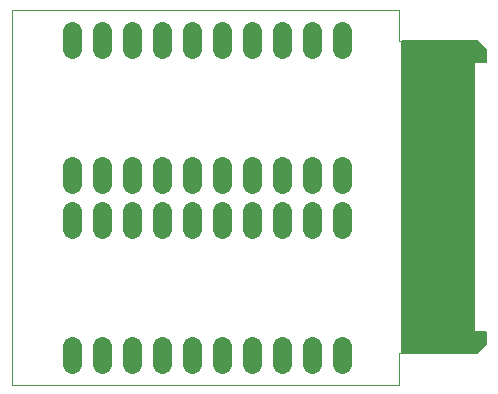
<source format=gbs>
G75*
%MOIN*%
%OFA0B0*%
%FSLAX24Y24*%
%IPPOS*%
%LPD*%
%AMOC8*
5,1,8,0,0,1.08239X$1,22.5*
%
%ADD10C,0.0000*%
%ADD11C,0.0640*%
%ADD12R,0.2640X0.0340*%
%ADD13R,0.2240X0.0340*%
%ADD14C,0.0050*%
D10*
X000150Y000487D02*
X013050Y000487D01*
X013050Y001537D01*
X015650Y001537D01*
X015950Y001837D01*
X015950Y002237D01*
X015550Y002237D01*
X015550Y011237D01*
X015950Y011237D01*
X015950Y011637D01*
X015650Y011937D01*
X013050Y011937D01*
X013050Y012987D01*
X000150Y012987D01*
X000150Y000487D01*
D11*
X002150Y001187D02*
X002150Y001787D01*
X003150Y001787D02*
X003150Y001187D01*
X004150Y001187D02*
X004150Y001787D01*
X005150Y001787D02*
X005150Y001187D01*
X006150Y001187D02*
X006150Y001787D01*
X007150Y001787D02*
X007150Y001187D01*
X008150Y001187D02*
X008150Y001787D01*
X009150Y001787D02*
X009150Y001187D01*
X010150Y001187D02*
X010150Y001787D01*
X011150Y001787D02*
X011150Y001187D01*
X011150Y005687D02*
X011150Y006287D01*
X010150Y006287D02*
X010150Y005687D01*
X009150Y005687D02*
X009150Y006287D01*
X008150Y006287D02*
X008150Y005687D01*
X007150Y005687D02*
X007150Y006287D01*
X006150Y006287D02*
X006150Y005687D01*
X005150Y005687D02*
X005150Y006287D01*
X004150Y006287D02*
X004150Y005687D01*
X003150Y005687D02*
X003150Y006287D01*
X002150Y006287D02*
X002150Y005687D01*
X002150Y007187D02*
X002150Y007787D01*
X003150Y007787D02*
X003150Y007187D01*
X004150Y007187D02*
X004150Y007787D01*
X005150Y007787D02*
X005150Y007187D01*
X006150Y007187D02*
X006150Y007787D01*
X007150Y007787D02*
X007150Y007187D01*
X008150Y007187D02*
X008150Y007787D01*
X009150Y007787D02*
X009150Y007187D01*
X010150Y007187D02*
X010150Y007787D01*
X011150Y007787D02*
X011150Y007187D01*
X011150Y011687D02*
X011150Y012287D01*
X010150Y012287D02*
X010150Y011687D01*
X009150Y011687D02*
X009150Y012287D01*
X008150Y012287D02*
X008150Y011687D01*
X007150Y011687D02*
X007150Y012287D01*
X006150Y012287D02*
X006150Y011687D01*
X005150Y011687D02*
X005150Y012287D01*
X004150Y012287D02*
X004150Y011687D01*
X003150Y011687D02*
X003150Y012287D01*
X002150Y012287D02*
X002150Y011687D01*
D12*
X014650Y011487D03*
X014650Y001987D03*
D13*
X014450Y002487D03*
X014450Y002987D03*
X014450Y003487D03*
X014450Y003987D03*
X014450Y004487D03*
X014450Y004987D03*
X014450Y005487D03*
X014450Y005987D03*
X014450Y006487D03*
X014450Y006987D03*
X014450Y007487D03*
X014450Y007987D03*
X014450Y008487D03*
X014450Y008987D03*
X014450Y009487D03*
X014450Y009987D03*
X014450Y010487D03*
X014450Y010987D03*
D14*
X015550Y011011D02*
X013150Y011011D01*
X013150Y010963D02*
X015550Y010963D01*
X015550Y010914D02*
X013150Y010914D01*
X013150Y010866D02*
X015550Y010866D01*
X015550Y010817D02*
X013150Y010817D01*
X013150Y010769D02*
X015550Y010769D01*
X015550Y010720D02*
X013150Y010720D01*
X013150Y010672D02*
X015550Y010672D01*
X015550Y010623D02*
X013150Y010623D01*
X013150Y010575D02*
X015550Y010575D01*
X015550Y010526D02*
X013150Y010526D01*
X013150Y010478D02*
X015550Y010478D01*
X015550Y010429D02*
X013150Y010429D01*
X013150Y010381D02*
X015550Y010381D01*
X015550Y010332D02*
X013150Y010332D01*
X013150Y010284D02*
X015550Y010284D01*
X015550Y010235D02*
X013150Y010235D01*
X013150Y010187D02*
X015550Y010187D01*
X015550Y010138D02*
X013150Y010138D01*
X013150Y010090D02*
X015550Y010090D01*
X015550Y010041D02*
X013150Y010041D01*
X013150Y009993D02*
X015550Y009993D01*
X015550Y009944D02*
X013150Y009944D01*
X013150Y009896D02*
X015550Y009896D01*
X015550Y009847D02*
X013150Y009847D01*
X013150Y009799D02*
X015550Y009799D01*
X015550Y009750D02*
X013150Y009750D01*
X013150Y009702D02*
X015550Y009702D01*
X015550Y009653D02*
X013150Y009653D01*
X013150Y009605D02*
X015550Y009605D01*
X015550Y009556D02*
X013150Y009556D01*
X013150Y009508D02*
X015550Y009508D01*
X015550Y009459D02*
X013150Y009459D01*
X013150Y009411D02*
X015550Y009411D01*
X015550Y009362D02*
X013150Y009362D01*
X013150Y009314D02*
X015550Y009314D01*
X015550Y009265D02*
X013150Y009265D01*
X013150Y009217D02*
X015550Y009217D01*
X015550Y009168D02*
X013150Y009168D01*
X013150Y009120D02*
X015550Y009120D01*
X015550Y009071D02*
X013150Y009071D01*
X013150Y009023D02*
X015550Y009023D01*
X015550Y008974D02*
X013150Y008974D01*
X013150Y008926D02*
X015550Y008926D01*
X015550Y008877D02*
X013150Y008877D01*
X013150Y008829D02*
X015550Y008829D01*
X015550Y008780D02*
X013150Y008780D01*
X013150Y008732D02*
X015550Y008732D01*
X015550Y008683D02*
X013150Y008683D01*
X013150Y008635D02*
X015550Y008635D01*
X015550Y008586D02*
X013150Y008586D01*
X013150Y008538D02*
X015550Y008538D01*
X015550Y008489D02*
X013150Y008489D01*
X013150Y008441D02*
X015550Y008441D01*
X015550Y008392D02*
X013150Y008392D01*
X013150Y008344D02*
X015550Y008344D01*
X015550Y008295D02*
X013150Y008295D01*
X013150Y008247D02*
X015550Y008247D01*
X015550Y008198D02*
X013150Y008198D01*
X013150Y008150D02*
X015550Y008150D01*
X015550Y008101D02*
X013150Y008101D01*
X013150Y008053D02*
X015550Y008053D01*
X015550Y008004D02*
X013150Y008004D01*
X013150Y007956D02*
X015550Y007956D01*
X015550Y007907D02*
X013150Y007907D01*
X013150Y007859D02*
X015550Y007859D01*
X015550Y007810D02*
X013150Y007810D01*
X013150Y007762D02*
X015550Y007762D01*
X015550Y007713D02*
X013150Y007713D01*
X013150Y007665D02*
X015550Y007665D01*
X015550Y007616D02*
X013150Y007616D01*
X013150Y007568D02*
X015550Y007568D01*
X015550Y007519D02*
X013150Y007519D01*
X013150Y007471D02*
X015550Y007471D01*
X015550Y007422D02*
X013150Y007422D01*
X013150Y007374D02*
X015550Y007374D01*
X015550Y007325D02*
X013150Y007325D01*
X013150Y007277D02*
X015550Y007277D01*
X015550Y007228D02*
X013150Y007228D01*
X013150Y007180D02*
X015550Y007180D01*
X015550Y007131D02*
X013150Y007131D01*
X013150Y007083D02*
X015550Y007083D01*
X015550Y007034D02*
X013150Y007034D01*
X013150Y006986D02*
X015550Y006986D01*
X015550Y006937D02*
X013150Y006937D01*
X013150Y006889D02*
X015550Y006889D01*
X015550Y006840D02*
X013150Y006840D01*
X013150Y006792D02*
X015550Y006792D01*
X015550Y006743D02*
X013150Y006743D01*
X013150Y006695D02*
X015550Y006695D01*
X015550Y006646D02*
X013150Y006646D01*
X013150Y006598D02*
X015550Y006598D01*
X015550Y006549D02*
X013150Y006549D01*
X013150Y006501D02*
X015550Y006501D01*
X015550Y006452D02*
X013150Y006452D01*
X013150Y006404D02*
X015550Y006404D01*
X015550Y006355D02*
X013150Y006355D01*
X013150Y006307D02*
X015550Y006307D01*
X015550Y006258D02*
X013150Y006258D01*
X013150Y006210D02*
X015550Y006210D01*
X015550Y006161D02*
X013150Y006161D01*
X013150Y006113D02*
X015550Y006113D01*
X015550Y006064D02*
X013150Y006064D01*
X013150Y006016D02*
X015550Y006016D01*
X015550Y005967D02*
X013150Y005967D01*
X013150Y005919D02*
X015550Y005919D01*
X015550Y005870D02*
X013150Y005870D01*
X013150Y005822D02*
X015550Y005822D01*
X015550Y005773D02*
X013150Y005773D01*
X013150Y005725D02*
X015550Y005725D01*
X015550Y005676D02*
X013150Y005676D01*
X013150Y005628D02*
X015550Y005628D01*
X015550Y005579D02*
X013150Y005579D01*
X013150Y005531D02*
X015550Y005531D01*
X015550Y005482D02*
X013150Y005482D01*
X013150Y005434D02*
X015550Y005434D01*
X015550Y005385D02*
X013150Y005385D01*
X013150Y005337D02*
X015550Y005337D01*
X015550Y005288D02*
X013150Y005288D01*
X013150Y005240D02*
X015550Y005240D01*
X015550Y005191D02*
X013150Y005191D01*
X013150Y005143D02*
X015550Y005143D01*
X015550Y005094D02*
X013150Y005094D01*
X013150Y005046D02*
X015550Y005046D01*
X015550Y004997D02*
X013150Y004997D01*
X013150Y004949D02*
X015550Y004949D01*
X015550Y004900D02*
X013150Y004900D01*
X013150Y004852D02*
X015550Y004852D01*
X015550Y004803D02*
X013150Y004803D01*
X013150Y004755D02*
X015550Y004755D01*
X015550Y004706D02*
X013150Y004706D01*
X013150Y004658D02*
X015550Y004658D01*
X015550Y004609D02*
X013150Y004609D01*
X013150Y004561D02*
X015550Y004561D01*
X015550Y004512D02*
X013150Y004512D01*
X013150Y004464D02*
X015550Y004464D01*
X015550Y004415D02*
X013150Y004415D01*
X013150Y004367D02*
X015550Y004367D01*
X015550Y004318D02*
X013150Y004318D01*
X013150Y004270D02*
X015550Y004270D01*
X015550Y004221D02*
X013150Y004221D01*
X013150Y004173D02*
X015550Y004173D01*
X015550Y004124D02*
X013150Y004124D01*
X013150Y004076D02*
X015550Y004076D01*
X015550Y004027D02*
X013150Y004027D01*
X013150Y003979D02*
X015550Y003979D01*
X015550Y003930D02*
X013150Y003930D01*
X013150Y003882D02*
X015550Y003882D01*
X015550Y003833D02*
X013150Y003833D01*
X013150Y003785D02*
X015550Y003785D01*
X015550Y003736D02*
X013150Y003736D01*
X013150Y003688D02*
X015550Y003688D01*
X015550Y003639D02*
X013150Y003639D01*
X013150Y003591D02*
X015550Y003591D01*
X015550Y003542D02*
X013150Y003542D01*
X013150Y003494D02*
X015550Y003494D01*
X015550Y003445D02*
X013150Y003445D01*
X013150Y003397D02*
X015550Y003397D01*
X015550Y003348D02*
X013150Y003348D01*
X013150Y003300D02*
X015550Y003300D01*
X015550Y003251D02*
X013150Y003251D01*
X013150Y003203D02*
X015550Y003203D01*
X015550Y003154D02*
X013150Y003154D01*
X013150Y003106D02*
X015550Y003106D01*
X015550Y003057D02*
X013150Y003057D01*
X013150Y003009D02*
X015550Y003009D01*
X015550Y002960D02*
X013150Y002960D01*
X013150Y002912D02*
X015550Y002912D01*
X015550Y002863D02*
X013150Y002863D01*
X013150Y002815D02*
X015550Y002815D01*
X015550Y002766D02*
X013150Y002766D01*
X013150Y002718D02*
X015550Y002718D01*
X015550Y002669D02*
X013150Y002669D01*
X013150Y002621D02*
X015550Y002621D01*
X015550Y002572D02*
X013150Y002572D01*
X013150Y002524D02*
X015550Y002524D01*
X015550Y002475D02*
X013150Y002475D01*
X013150Y002427D02*
X015550Y002427D01*
X015550Y002378D02*
X013150Y002378D01*
X013150Y002330D02*
X015550Y002330D01*
X015550Y002281D02*
X013150Y002281D01*
X013150Y002233D02*
X015950Y002233D01*
X015950Y002237D02*
X015950Y001837D01*
X015650Y001537D01*
X013150Y001537D01*
X013150Y011937D01*
X015650Y011937D01*
X015950Y011637D01*
X015950Y011237D01*
X015550Y011237D01*
X015550Y002237D01*
X015950Y002237D01*
X015950Y002184D02*
X013150Y002184D01*
X013150Y002136D02*
X015950Y002136D01*
X015950Y002087D02*
X013150Y002087D01*
X013150Y002039D02*
X015950Y002039D01*
X015950Y001990D02*
X013150Y001990D01*
X013150Y001942D02*
X015950Y001942D01*
X015950Y001893D02*
X013150Y001893D01*
X013150Y001845D02*
X015950Y001845D01*
X015910Y001796D02*
X013150Y001796D01*
X013150Y001748D02*
X015861Y001748D01*
X015813Y001699D02*
X013150Y001699D01*
X013150Y001651D02*
X015764Y001651D01*
X015716Y001602D02*
X013150Y001602D01*
X013150Y001554D02*
X015667Y001554D01*
X015550Y011060D02*
X013150Y011060D01*
X013150Y011108D02*
X015550Y011108D01*
X015550Y011157D02*
X013150Y011157D01*
X013150Y011205D02*
X015550Y011205D01*
X015950Y011254D02*
X013150Y011254D01*
X013150Y011302D02*
X015950Y011302D01*
X015950Y011351D02*
X013150Y011351D01*
X013150Y011399D02*
X015950Y011399D01*
X015950Y011448D02*
X013150Y011448D01*
X013150Y011496D02*
X015950Y011496D01*
X015950Y011545D02*
X013150Y011545D01*
X013150Y011593D02*
X015950Y011593D01*
X015945Y011642D02*
X013150Y011642D01*
X013150Y011690D02*
X015896Y011690D01*
X015848Y011739D02*
X013150Y011739D01*
X013150Y011787D02*
X015799Y011787D01*
X015751Y011836D02*
X013150Y011836D01*
X013150Y011884D02*
X015702Y011884D01*
X015654Y011933D02*
X013150Y011933D01*
M02*

</source>
